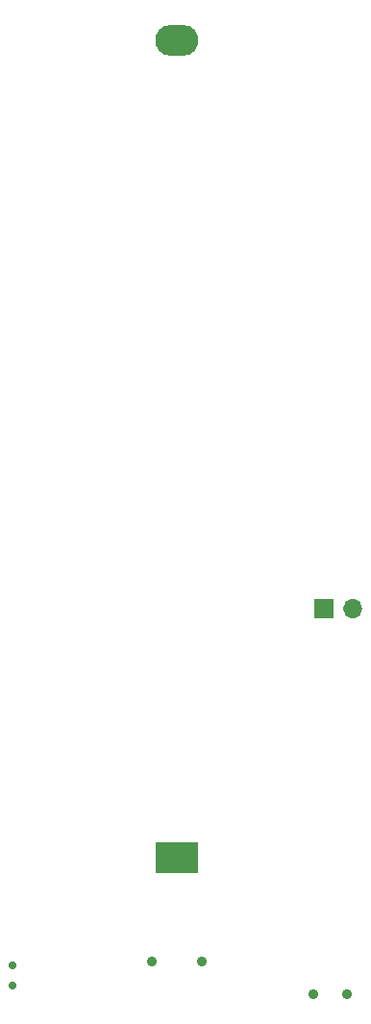
<source format=gbs>
G04 #@! TF.GenerationSoftware,KiCad,Pcbnew,5.1.12-84ad8e8a86~92~ubuntu18.04.1*
G04 #@! TF.CreationDate,2023-10-05T13:55:54+02:00*
G04 #@! TF.ProjectId,acoustic-impact-ball,61636f75-7374-4696-932d-696d70616374,rev?*
G04 #@! TF.SameCoordinates,Original*
G04 #@! TF.FileFunction,Soldermask,Bot*
G04 #@! TF.FilePolarity,Negative*
%FSLAX46Y46*%
G04 Gerber Fmt 4.6, Leading zero omitted, Abs format (unit mm)*
G04 Created by KiCad (PCBNEW 5.1.12-84ad8e8a86~92~ubuntu18.04.1) date 2023-10-05 13:55:54*
%MOMM*%
%LPD*%
G01*
G04 APERTURE LIST*
%ADD10C,0.700000*%
%ADD11R,3.800000X2.700000*%
%ADD12O,3.800000X2.700000*%
%ADD13R,1.700000X1.700000*%
%ADD14O,1.700000X1.700000*%
%ADD15C,0.900000*%
G04 APERTURE END LIST*
D10*
X4572000Y-87260000D03*
X4572000Y-85460000D03*
D11*
X19000000Y-76000000D03*
D12*
X19000000Y-4000000D03*
D13*
X32004000Y-54102000D03*
D14*
X34544000Y-54102000D03*
D15*
X31012000Y-88054000D03*
X34012000Y-88054000D03*
X16800000Y-85184000D03*
X21200000Y-85184000D03*
M02*

</source>
